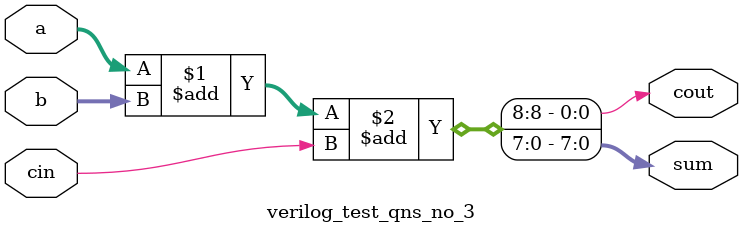
<source format=v>
`timescale 1ns / 1ps


module verilog_test_qns_no_3 #(parameter N=8)(
    input  [N-1:0] a, b,
    input          cin,
    output [N-1:0] sum,
    output         cout
);
    assign {cout, sum} = a + b + cin;  
endmodule
</source>
